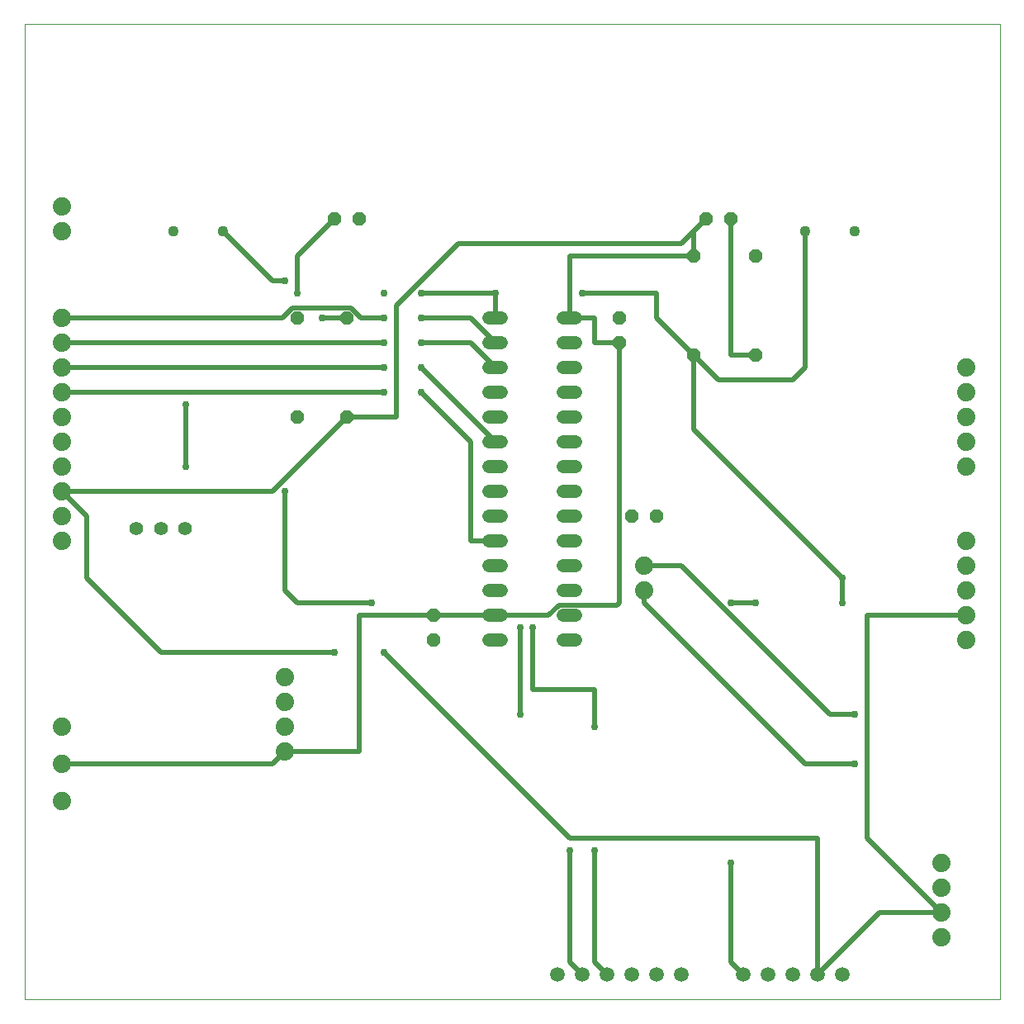
<source format=gtl>
G75*
%MOIN*%
%OFA0B0*%
%FSLAX25Y25*%
%IPPOS*%
%LPD*%
%AMOC8*
5,1,8,0,0,1.08239X$1,22.5*
%
%ADD10C,0.00000*%
%ADD11C,0.07400*%
%ADD12OC8,0.05200*%
%ADD13C,0.05200*%
%ADD14C,0.05937*%
%ADD15C,0.05543*%
%ADD16C,0.04362*%
%ADD17C,0.02978*%
%ADD18C,0.02000*%
D10*
X0001300Y0096486D02*
X0001300Y0490187D01*
X0395001Y0490187D01*
X0395001Y0096486D01*
X0001300Y0096486D01*
D11*
X0016300Y0176486D03*
X0016300Y0191486D03*
X0016300Y0206486D03*
X0016300Y0281486D03*
X0016300Y0291486D03*
X0016300Y0301486D03*
X0016300Y0311486D03*
X0016300Y0321486D03*
X0016300Y0331486D03*
X0016300Y0341486D03*
X0016300Y0351486D03*
X0016300Y0361486D03*
X0016300Y0371486D03*
X0016300Y0406486D03*
X0016300Y0416486D03*
X0106300Y0226486D03*
X0106300Y0216486D03*
X0106300Y0206486D03*
X0106300Y0196486D03*
X0251300Y0261486D03*
X0251300Y0271486D03*
X0381300Y0271486D03*
X0381300Y0261486D03*
X0381300Y0251486D03*
X0381300Y0241486D03*
X0381300Y0281486D03*
X0381300Y0311486D03*
X0381300Y0321486D03*
X0381300Y0331486D03*
X0381300Y0341486D03*
X0381300Y0351486D03*
X0371300Y0151486D03*
X0371300Y0141486D03*
X0371300Y0131486D03*
X0371300Y0121486D03*
D12*
X0256300Y0291486D03*
X0246300Y0291486D03*
X0271300Y0356486D03*
X0296300Y0356486D03*
X0296300Y0396486D03*
X0286300Y0411486D03*
X0276300Y0411486D03*
X0271300Y0396486D03*
X0241300Y0371486D03*
X0241300Y0361486D03*
X0136300Y0411486D03*
X0126300Y0411486D03*
X0131300Y0371486D03*
X0111300Y0371486D03*
X0111300Y0331486D03*
X0131300Y0331486D03*
X0166300Y0251486D03*
X0166300Y0241486D03*
D13*
X0188700Y0241486D02*
X0193900Y0241486D01*
X0193900Y0251486D02*
X0188700Y0251486D01*
X0188700Y0261486D02*
X0193900Y0261486D01*
X0193900Y0271486D02*
X0188700Y0271486D01*
X0188700Y0281486D02*
X0193900Y0281486D01*
X0193900Y0291486D02*
X0188700Y0291486D01*
X0188700Y0301486D02*
X0193900Y0301486D01*
X0193900Y0311486D02*
X0188700Y0311486D01*
X0188700Y0321486D02*
X0193900Y0321486D01*
X0193900Y0331486D02*
X0188700Y0331486D01*
X0188700Y0341486D02*
X0193900Y0341486D01*
X0193900Y0351486D02*
X0188700Y0351486D01*
X0188700Y0361486D02*
X0193900Y0361486D01*
X0193900Y0371486D02*
X0188700Y0371486D01*
X0218700Y0371486D02*
X0223900Y0371486D01*
X0223900Y0361486D02*
X0218700Y0361486D01*
X0218700Y0351486D02*
X0223900Y0351486D01*
X0223900Y0341486D02*
X0218700Y0341486D01*
X0218700Y0331486D02*
X0223900Y0331486D01*
X0223900Y0321486D02*
X0218700Y0321486D01*
X0218700Y0311486D02*
X0223900Y0311486D01*
X0223900Y0301486D02*
X0218700Y0301486D01*
X0218700Y0291486D02*
X0223900Y0291486D01*
X0223900Y0281486D02*
X0218700Y0281486D01*
X0218700Y0271486D02*
X0223900Y0271486D01*
X0223900Y0261486D02*
X0218700Y0261486D01*
X0218700Y0251486D02*
X0223900Y0251486D01*
X0223900Y0241486D02*
X0218700Y0241486D01*
D14*
X0216300Y0106486D03*
X0226300Y0106486D03*
X0236300Y0106486D03*
X0246300Y0106486D03*
X0256300Y0106486D03*
X0266300Y0106486D03*
X0291300Y0106486D03*
X0301300Y0106486D03*
X0311300Y0106486D03*
X0321300Y0106486D03*
X0331300Y0106486D03*
D15*
X0066143Y0286486D03*
X0056300Y0286486D03*
X0046457Y0286486D03*
D16*
X0061300Y0406486D03*
X0081300Y0406486D03*
X0316300Y0406486D03*
X0336300Y0406486D03*
D17*
X0226300Y0381486D03*
X0191300Y0381486D03*
X0161300Y0381486D03*
X0161300Y0371486D03*
X0161300Y0361486D03*
X0161300Y0351486D03*
X0161300Y0341486D03*
X0146300Y0341486D03*
X0146300Y0351486D03*
X0146300Y0361486D03*
X0146300Y0371486D03*
X0146300Y0381486D03*
X0121300Y0371486D03*
X0111300Y0381486D03*
X0106300Y0386486D03*
X0066300Y0336486D03*
X0066300Y0311486D03*
X0106300Y0301486D03*
X0141300Y0256486D03*
X0146300Y0236486D03*
X0126300Y0236486D03*
X0201300Y0246486D03*
X0206300Y0246486D03*
X0201300Y0211486D03*
X0231300Y0206486D03*
X0231300Y0156486D03*
X0221300Y0156486D03*
X0286300Y0151486D03*
X0336300Y0191486D03*
X0336300Y0211486D03*
X0331300Y0256486D03*
X0331300Y0266486D03*
X0296300Y0256486D03*
X0286300Y0256486D03*
D18*
X0296300Y0256486D01*
X0266300Y0271486D02*
X0326300Y0211486D01*
X0336300Y0211486D01*
X0336300Y0191486D02*
X0316300Y0191486D01*
X0251300Y0256486D01*
X0251300Y0261486D01*
X0251300Y0271486D02*
X0266300Y0271486D01*
X0241300Y0256486D02*
X0240500Y0255686D01*
X0216960Y0255686D01*
X0212760Y0251486D01*
X0191300Y0251486D01*
X0166300Y0251486D01*
X0136300Y0251486D01*
X0136300Y0196486D01*
X0106300Y0196486D01*
X0101300Y0191486D01*
X0016300Y0191486D01*
X0056300Y0236486D02*
X0126300Y0236486D01*
X0146300Y0236486D02*
X0221300Y0161486D01*
X0321300Y0161486D01*
X0321300Y0106486D01*
X0346300Y0131486D01*
X0371300Y0131486D01*
X0341300Y0161486D01*
X0341300Y0251486D01*
X0381300Y0251486D01*
X0331300Y0256486D02*
X0331300Y0266486D01*
X0271300Y0326486D01*
X0271300Y0356486D01*
X0281300Y0346486D01*
X0311300Y0346486D01*
X0316300Y0351486D01*
X0316300Y0406486D01*
X0286300Y0411486D02*
X0286300Y0356486D01*
X0296300Y0356486D01*
X0271300Y0356486D02*
X0256300Y0371486D01*
X0256300Y0381486D01*
X0226300Y0381486D01*
X0221300Y0371486D02*
X0221300Y0396486D01*
X0271300Y0396486D01*
X0271300Y0406486D01*
X0276300Y0411486D01*
X0266300Y0401486D01*
X0176300Y0401486D01*
X0151300Y0376486D01*
X0151300Y0331486D01*
X0131300Y0331486D01*
X0101300Y0301486D01*
X0016300Y0301486D01*
X0026300Y0291486D01*
X0026300Y0266486D01*
X0056300Y0236486D01*
X0106300Y0261486D02*
X0106300Y0301486D01*
X0106300Y0261486D02*
X0111300Y0256486D01*
X0141300Y0256486D01*
X0181300Y0281486D02*
X0191300Y0281486D01*
X0181300Y0281486D02*
X0181300Y0321486D01*
X0161300Y0341486D01*
X0161300Y0351486D02*
X0191300Y0321486D01*
X0191300Y0351486D02*
X0181300Y0361486D01*
X0161300Y0361486D01*
X0161300Y0371486D02*
X0181300Y0371486D01*
X0191300Y0361486D01*
X0191300Y0371486D02*
X0191300Y0381486D01*
X0161300Y0381486D01*
X0146300Y0371486D02*
X0137240Y0371486D01*
X0133040Y0375686D01*
X0109560Y0375686D01*
X0105360Y0371486D01*
X0016300Y0371486D01*
X0016300Y0361486D02*
X0146300Y0361486D01*
X0146300Y0351486D02*
X0016300Y0351486D01*
X0016300Y0341486D02*
X0146300Y0341486D01*
X0131300Y0371486D02*
X0121300Y0371486D01*
X0111300Y0381486D02*
X0111300Y0396486D01*
X0126300Y0411486D01*
X0106300Y0386486D02*
X0101300Y0386486D01*
X0081300Y0406486D01*
X0066300Y0336486D02*
X0066300Y0311486D01*
X0201300Y0246486D02*
X0201300Y0211486D01*
X0206300Y0221486D02*
X0206300Y0246486D01*
X0206300Y0221486D02*
X0231300Y0221486D01*
X0231300Y0206486D01*
X0231300Y0156486D02*
X0231300Y0111486D01*
X0236300Y0106486D01*
X0226300Y0106486D02*
X0221300Y0111486D01*
X0221300Y0156486D01*
X0286300Y0151486D02*
X0286300Y0111486D01*
X0291300Y0106486D01*
X0241300Y0256486D02*
X0241300Y0361486D01*
X0231300Y0361486D01*
X0231300Y0371486D01*
X0221300Y0371486D01*
M02*

</source>
